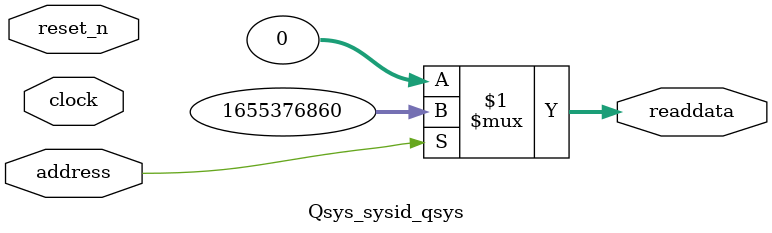
<source format=v>



// synthesis translate_off
`timescale 1ns / 1ps
// synthesis translate_on

// turn off superfluous verilog processor warnings 
// altera message_level Level1 
// altera message_off 10034 10035 10036 10037 10230 10240 10030 

module Qsys_sysid_qsys (
               // inputs:
                address,
                clock,
                reset_n,

               // outputs:
                readdata
             )
;

  output  [ 31: 0] readdata;
  input            address;
  input            clock;
  input            reset_n;

  wire    [ 31: 0] readdata;
  //control_slave, which is an e_avalon_slave
  assign readdata = address ? 1655376860 : 0;

endmodule



</source>
